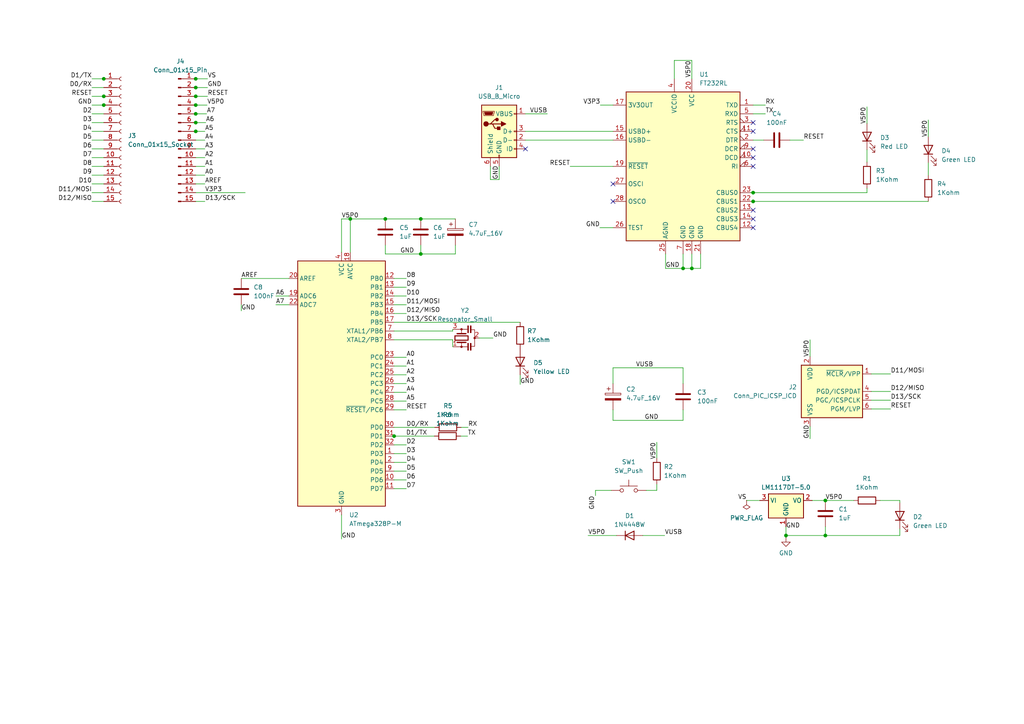
<source format=kicad_sch>
(kicad_sch (version 20230121) (generator eeschema)
  (paper "A4")
  (lib_symbols
    (symbol "Connector:Conn_01x15_Pin" (pin_names (offset 1.016) hide)
      (property "Reference" "J" (at 0 20.32 0))
      (property "Value" "Conn_01x15_Pin" (at 0 -20.32 0))
      (symbol "Conn_01x15_Pin_1_1"
        (polyline (pts (xy 1.27 -17.78) (xy 0.8636 -17.78)) (stroke (width 0.1524)))
        (polyline (pts (xy 1.27 -15.24) (xy 0.8636 -15.24)) (stroke (width 0.1524)))
        (polyline (pts (xy 1.27 -12.7) (xy 0.8636 -12.7)) (stroke (width 0.1524)))
        (polyline (pts (xy 1.27 -10.16) (xy 0.8636 -10.16)) (stroke (width 0.1524)))
        (polyline (pts (xy 1.27 -7.62) (xy 0.8636 -7.62)) (stroke (width 0.1524)))
        (polyline (pts (xy 1.27 -5.08) (xy 0.8636 -5.08)) (stroke (width 0.1524)))
        (polyline (pts (xy 1.27 -2.54) (xy 0.8636 -2.54)) (stroke (width 0.1524)))
        (polyline (pts (xy 1.27 0) (xy 0.8636 0)) (stroke (width 0.1524)))
        (polyline (pts (xy 1.27 2.54) (xy 0.8636 2.54)) (stroke (width 0.1524)))
        (polyline (pts (xy 1.27 5.08) (xy 0.8636 5.08)) (stroke (width 0.1524)))
        (polyline (pts (xy 1.27 7.62) (xy 0.8636 7.62)) (stroke (width 0.1524)))
        (polyline (pts (xy 1.27 10.16) (xy 0.8636 10.16)) (stroke (width 0.1524)))
        (polyline (pts (xy 1.27 12.7) (xy 0.8636 12.7)) (stroke (width 0.1524)))
        (polyline (pts (xy 1.27 15.24) (xy 0.8636 15.24)) (stroke (width 0.1524)))
        (polyline (pts (xy 1.27 17.78) (xy 0.8636 17.78)) (stroke (width 0.1524)))
        (rectangle (start 0.8636 -17.653) (end 0 -17.907) (stroke (width 0.1524)) (fill (type outline)))
        (rectangle (start 0.8636 -15.113) (end 0 -15.367) (stroke (width 0.1524)) (fill (type outline)))
        (rectangle (start 0.8636 -12.573) (end 0 -12.827) (stroke (width 0.1524)) (fill (type outline)))
        (rectangle (start 0.8636 -10.033) (end 0 -10.287) (stroke (width 0.1524)) (fill (type outline)))
        (rectangle (start 0.8636 -7.493) (end 0 -7.747) (stroke (width 0.1524)) (fill (type outline)))
        (rectangle (start 0.8636 -4.953) (end 0 -5.207) (stroke (width 0.1524)) (fill (type outline)))
        (rectangle (start 0.8636 -2.413) (end 0 -2.667) (stroke (width 0.1524)) (fill (type outline)))
        (rectangle (start 0.8636 0.127) (end 0 -0.127) (stroke (width 0.1524)) (fill (type outline)))
        (rectangle (start 0.8636 2.667) (end 0 2.413) (stroke (width 0.1524)) (fill (type outline)))
        (rectangle (start 0.8636 5.207) (end 0 4.953) (stroke (width 0.1524)) (fill (type outline)))
        (rectangle (start 0.8636 7.747) (end 0 7.493) (stroke (width 0.1524)) (fill (type outline)))
        (rectangle (start 0.8636 10.287) (end 0 10.033) (stroke (width 0.1524)) (fill (type outline)))
        (rectangle (start 0.8636 12.827) (end 0 12.573) (stroke (width 0.1524)) (fill (type outline)))
        (rectangle (start 0.8636 15.367) (end 0 15.113) (stroke (width 0.1524)) (fill (type outline)))
        (rectangle (start 0.8636 17.907) (end 0 17.653) (stroke (width 0.1524)) (fill (type outline)))
        (pin passive line (at 5.08 17.78 180) (length 3.81) (name "Pin_1") (number "1"))
        (pin passive line (at 5.08 -5.08 180) (length 3.81) (name "Pin_10") (number "10"))
        (pin passive line (at 5.08 -7.62 180) (length 3.81) (name "Pin_11") (number "11"))
        (pin passive line (at 5.08 -10.16 180) (length 3.81) (name "Pin_12") (number "12"))
        (pin passive line (at 5.08 -12.7 180) (length 3.81) (name "Pin_13") (number "13"))
        (pin passive line (at 5.08 -15.24 180) (length 3.81) (name "Pin_14") (number "14"))
        (pin passive line (at 5.08 -17.78 180) (length 3.81) (name "Pin_15") (number "15"))
        (pin passive line (at 5.08 15.24 180) (length 3.81) (name "Pin_2") (number "2"))
        (pin passive line (at 5.08 12.7 180) (length 3.81) (name "Pin_3") (number "3"))
        (pin passive line (at 5.08 10.16 180) (length 3.81) (name "Pin_4") (number "4"))
        (pin passive line (at 5.08 7.62 180) (length 3.81) (name "Pin_5") (number "5"))
        (pin passive line (at 5.08 5.08 180) (length 3.81) (name "Pin_6") (number "6"))
        (pin passive line (at 5.08 2.54 180) (length 3.81) (name "Pin_7") (number "7"))
        (pin passive line (at 5.08 0 180) (length 3.81) (name "Pin_8") (number "8"))
        (pin passive line (at 5.08 -2.54 180) (length 3.81) (name "Pin_9") (number "9"))
      )
    )
    (symbol "Connector:Conn_01x15_Socket" (pin_names (offset 1.016) hide)
      (property "Reference" "J" (at 0 20.32 0))
      (property "Value" "Conn_01x15_Socket" (at 0 -20.32 0))
      (symbol "Conn_01x15_Socket_1_1"
        (arc (start 0 -17.272) (mid -0.5058 -17.78) (end 0 -18.288) (stroke (width 0.1524)))
        (arc (start 0 -14.732) (mid -0.5058 -15.24) (end 0 -15.748) (stroke (width 0.1524)))
        (arc (start 0 -12.192) (mid -0.5058 -12.7) (end 0 -13.208) (stroke (width 0.1524)))
        (arc (start 0 -9.652) (mid -0.5058 -10.16) (end 0 -10.668) (stroke (width 0.1524)))
        (arc (start 0 -7.112) (mid -0.5058 -7.62) (end 0 -8.128) (stroke (width 0.1524)))
        (arc (start 0 -4.572) (mid -0.5058 -5.08) (end 0 -5.588) (stroke (width 0.1524)))
        (arc (start 0 -2.032) (mid -0.5058 -2.54) (end 0 -3.048) (stroke (width 0.1524)))
        (polyline (pts (xy -1.27 -17.78) (xy -0.508 -17.78)) (stroke (width 0.1524)))
        (polyline (pts (xy -1.27 -15.24) (xy -0.508 -15.24)) (stroke (width 0.1524)))
        (polyline (pts (xy -1.27 -12.7) (xy -0.508 -12.7)) (stroke (width 0.1524)))
        (polyline (pts (xy -1.27 -10.16) (xy -0.508 -10.16)) (stroke (width 0.1524)))
        (polyline (pts (xy -1.27 -7.62) (xy -0.508 -7.62)) (stroke (width 0.1524)))
        (polyline (pts (xy -1.27 -5.08) (xy -0.508 -5.08)) (stroke (width 0.1524)))
        (polyline (pts (xy -1.27 -2.54) (xy -0.508 -2.54)) (stroke (width 0.1524)))
        (polyline (pts (xy -1.27 0) (xy -0.508 0)) (stroke (width 0.1524)))
        (polyline (pts (xy -1.27 2.54) (xy -0.508 2.54)) (stroke (width 0.1524)))
        (polyline (pts (xy -1.27 5.08) (xy -0.508 5.08)) (stroke (width 0.1524)))
        (polyline (pts (xy -1.27 7.62) (xy -0.508 7.62)) (stroke (width 0.1524)))
        (polyline (pts (xy -1.27 10.16) (xy -0.508 10.16)) (stroke (width 0.1524)))
        (polyline (pts (xy -1.27 12.7) (xy -0.508 12.7)) (stroke (width 0.1524)))
        (polyline (pts (xy -1.27 15.24) (xy -0.508 15.24)) (stroke (width 0.1524)))
        (polyline (pts (xy -1.27 17.78) (xy -0.508 17.78)) (stroke (width 0.1524)))
        (arc (start 0 0.508) (mid -0.5058 0) (end 0 -0.508) (stroke (width 0.1524)))
        (arc (start 0 3.048) (mid -0.5058 2.54) (end 0 2.032) (stroke (width 0.1524)))
        (arc (start 0 5.588) (mid -0.5058 5.08) (end 0 4.572) (stroke (width 0.1524)))
        (arc (start 0 8.128) (mid -0.5058 7.62) (end 0 7.112) (stroke (width 0.1524)))
        (arc (start 0 10.668) (mid -0.5058 10.16) (end 0 9.652) (stroke (width 0.1524)))
        (arc (start 0 13.208) (mid -0.5058 12.7) (end 0 12.192) (stroke (width 0.1524)))
        (arc (start 0 15.748) (mid -0.5058 15.24) (end 0 14.732) (stroke (width 0.1524)))
        (arc (start 0 18.288) (mid -0.5058 17.78) (end 0 17.272) (stroke (width 0.1524)))
        (pin passive line (at -5.08 17.78 0) (length 3.81) (name "Pin_1") (number "1"))
        (pin passive line (at -5.08 -5.08 0) (length 3.81) (name "Pin_10") (number "10"))
        (pin passive line (at -5.08 -7.62 0) (length 3.81) (name "Pin_11") (number "11"))
        (pin passive line (at -5.08 -10.16 0) (length 3.81) (name "Pin_12") (number "12"))
        (pin passive line (at -5.08 -12.7 0) (length 3.81) (name "Pin_13") (number "13"))
        (pin passive line (at -5.08 -15.24 0) (length 3.81) (name "Pin_14") (number "14"))
        (pin passive line (at -5.08 -17.78 0) (length 3.81) (name "Pin_15") (number "15"))
        (pin passive line (at -5.08 15.24 0) (length 3.81) (name "Pin_2") (number "2"))
        (pin passive line (at -5.08 12.7 0) (length 3.81) (name "Pin_3") (number "3"))
        (pin passive line (at -5.08 10.16 0) (length 3.81) (name "Pin_4") (number "4"))
        (pin passive line (at -5.08 7.62 0) (length 3.81) (name "Pin_5") (number "5"))
        (pin passive line (at -5.08 5.08 0) (length 3.81) (name "Pin_6") (number "6"))
        (pin passive line (at -5.08 2.54 0) (length 3.81) (name "Pin_7") (number "7"))
        (pin passive line (at -5.08 0 0) (length 3.81) (name "Pin_8") (number "8"))
        (pin passive line (at -5.08 -2.54 0) (length 3.81) (name "Pin_9") (number "9"))
      )
    )
    (symbol "Connector:Conn_PIC_ICSP_ICD"
      (property "Reference" "J" (at 6.35 8.89 0))
      (property "Value" "Conn_PIC_ICSP_ICD" (at -8.89 -1.27 90))
      (symbol "Conn_PIC_ICSP_ICD_0_1"
        (rectangle (start -7.62 7.62) (end 10.16 -7.62) (stroke (width 0.254)) (fill (type background)))
      )
      (symbol "Conn_PIC_ICSP_ICD_1_1"
        (pin passive line (at 12.7 5.08 180) (length 2.54) (name "~{MCLR}/VPP") (number "1"))
        (pin passive line (at -5.08 10.16 270) (length 2.54) (name "VDD") (number "2"))
        (pin power_in line (at -5.08 -10.16 90) (length 2.54) (name "VSS") (number "3"))
        (pin bidirectional line (at 12.7 0 180) (length 2.54) (name "PGD/ICSPDAT") (number "4"))
        (pin output line (at 12.7 -2.54 180) (length 2.54) (name "PGC/ICSPCLK") (number "5"))
        (pin output line (at 12.7 -5.08 180) (length 2.54) (name "PGM/LVP") (number "6"))
      )
    )
    (symbol "Connector:USB_B_Micro" (pin_names (offset 1.016))
      (property "Reference" "J" (at -5.08 11.43 0))
      (property "Value" "USB_B_Micro" (at -5.08 8.89 0))
      (symbol "USB_B_Micro_0_1"
        (rectangle (start -5.08 -7.62) (end 5.08 7.62) (stroke (width 0.254)) (fill (type background)))
        (circle (center -3.81 2.159) (radius 0.635) (stroke (width 0.254)) (fill (type outline)))
        (circle (center -0.635 3.429) (radius 0.381) (stroke (width 0.254)) (fill (type outline)))
        (rectangle (start -0.127 -7.62) (end 0.127 -6.858))
        (polyline (pts (xy -1.905 2.159) (xy 0.635 2.159)) (stroke (width 0.254)))
        (polyline (pts (xy -3.175 2.159) (xy -2.54 2.159) (xy -1.27 3.429) (xy -0.635 3.429)) (stroke (width 0.254)))
        (polyline (pts (xy -2.54 2.159) (xy -1.905 2.159) (xy -1.27 0.889) (xy 0 0.889)) (stroke (width 0.254)))
        (polyline (pts (xy 0.635 2.794) (xy 0.635 1.524) (xy 1.905 2.159) (xy 0.635 2.794)) (stroke (width 0.254)) (fill (type outline)))
        (polyline (pts (xy -4.318 5.588) (xy -1.778 5.588) (xy -2.032 4.826) (xy -4.064 4.826) (xy -4.318 5.588)) (fill (type outline)))
        (polyline (pts (xy -4.699 5.842) (xy -4.699 5.588) (xy -4.445 4.826) (xy -4.445 4.572) (xy -1.651 4.572) (xy -1.651 4.826) (xy -1.397 5.588) (xy -1.397 5.842) (xy -4.699 5.842)))
        (rectangle (start 0.254 1.27) (end -0.508 0.508) (stroke (width 0.254)) (fill (type outline)))
        (rectangle (start 5.08 -5.207) (end 4.318 -4.953))
        (rectangle (start 5.08 -2.667) (end 4.318 -2.413))
        (rectangle (start 5.08 -0.127) (end 4.318 0.127))
        (rectangle (start 5.08 4.953) (end 4.318 5.207))
      )
      (symbol "USB_B_Micro_1_1"
        (pin power_out line (at 7.62 5.08 180) (length 2.54) (name "VBUS") (number "1"))
        (pin bidirectional line (at 7.62 -2.54 180) (length 2.54) (name "D-") (number "2"))
        (pin bidirectional line (at 7.62 0 180) (length 2.54) (name "D+") (number "3"))
        (pin passive line (at 7.62 -5.08 180) (length 2.54) (name "ID") (number "4"))
        (pin power_out line (at 0 -10.16 90) (length 2.54) (name "GND") (number "5"))
        (pin passive line (at -2.54 -10.16 90) (length 2.54) (name "Shield") (number "6"))
      )
    )
    (symbol "Device:C" (pin_numbers hide) (pin_names (offset 0.254))
      (property "Reference" "C" (at 0.635 2.54 0))
      (property "Value" "C" (at 0.635 -2.54 0))
      (symbol "C_0_1"
        (polyline (pts (xy -2.032 -0.762) (xy 2.032 -0.762)) (stroke (width 0.508)))
        (polyline (pts (xy -2.032 0.762) (xy 2.032 0.762)) (stroke (width 0.508)))
      )
      (symbol "C_1_1"
        (pin passive line (at 0 3.81 270) (length 2.794) (name "~") (number "1"))
        (pin passive line (at 0 -3.81 90) (length 2.794) (name "~") (number "2"))
      )
    )
    (symbol "Device:C_Polarized" (pin_numbers hide) (pin_names (offset 0.254))
      (property "Reference" "C" (at 0.635 2.54 0))
      (property "Value" "C_Polarized" (at 0.635 -2.54 0))
      (symbol "C_Polarized_0_1"
        (rectangle (start -2.286 0.508) (end 2.286 1.016))
        (polyline (pts (xy -1.778 2.286) (xy -0.762 2.286)))
        (polyline (pts (xy -1.27 2.794) (xy -1.27 1.778)))
        (rectangle (start 2.286 -0.508) (end -2.286 -1.016) (fill (type outline)))
      )
      (symbol "C_Polarized_1_1"
        (pin passive line (at 0 3.81 270) (length 2.794) (name "~") (number "1"))
        (pin passive line (at 0 -3.81 90) (length 2.794) (name "~") (number "2"))
      )
    )
    (symbol "Device:LED" (pin_numbers hide) (pin_names (offset 1.016) hide)
      (property "Reference" "D" (at 0 2.54 0))
      (property "Value" "LED" (at 0 -2.54 0))
      (symbol "LED_0_1"
        (polyline (pts (xy -1.27 -1.27) (xy -1.27 1.27)) (stroke (width 0.254)))
        (polyline (pts (xy -1.27 0) (xy 1.27 0)))
        (polyline (pts (xy 1.27 -1.27) (xy 1.27 1.27) (xy -1.27 0) (xy 1.27 -1.27)) (stroke (width 0.254)))
        (polyline (pts (xy -3.048 -0.762) (xy -4.572 -2.286) (xy -3.81 -2.286) (xy -4.572 -2.286) (xy -4.572 -1.524)))
        (polyline (pts (xy -1.778 -0.762) (xy -3.302 -2.286) (xy -2.54 -2.286) (xy -3.302 -2.286) (xy -3.302 -1.524)))
      )
      (symbol "LED_1_1"
        (pin passive line (at -3.81 0 0) (length 2.54) (name "K") (number "1"))
        (pin passive line (at 3.81 0 180) (length 2.54) (name "A") (number "2"))
      )
    )
    (symbol "Device:R" (pin_numbers hide) (pin_names (offset 0))
      (property "Reference" "R" (at 2.032 0 90))
      (property "Value" "R" (at 0 0 90))
      (symbol "R_0_1"
        (rectangle (start -1.016 -2.54) (end 1.016 2.54) (stroke (width 0.254)))
      )
      (symbol "R_1_1"
        (pin passive line (at 0 3.81 270) (length 1.27) (name "~") (number "1"))
        (pin passive line (at 0 -3.81 90) (length 1.27) (name "~") (number "2"))
      )
    )
    (symbol "Device:Resonator_Small" (pin_names (offset 1.016) hide)
      (property "Reference" "Y" (at 3.175 1.905 0))
      (property "Value" "Resonator_Small" (at 3.175 0 0))
      (symbol "Resonator_Small_0_1"
        (rectangle (start -3.556 -2.54) (end -1.524 -2.794) (fill (type outline)))
        (rectangle (start -3.556 -1.778) (end -1.524 -2.032) (fill (type outline)))
        (circle (center -2.54 0) (radius 0.254) (fill (type outline)))
        (rectangle (start -0.635 1.905) (end 0.635 -1.905) (stroke (width 0.3048)))
        (circle (center 0 -3.81) (radius 0.254) (fill (type outline)))
        (polyline (pts (xy -2.54 -1.778) (xy -2.54 0)))
        (polyline (pts (xy -2.54 0) (xy -1.397 0)))
        (polyline (pts (xy -2.54 1.27) (xy -2.54 0)))
        (polyline (pts (xy -1.27 -1.27) (xy -1.27 1.27)) (stroke (width 0.381)))
        (polyline (pts (xy 1.27 -1.27) (xy 1.27 1.27)) (stroke (width 0.381)))
        (polyline (pts (xy 1.27 0) (xy 2.54 0)))
        (polyline (pts (xy 2.54 0) (xy 2.54 -1.778)))
        (polyline (pts (xy 2.54 1.27) (xy 2.54 0)))
        (polyline (pts (xy 2.413 -2.794) (xy 2.413 -3.81) (xy -2.413 -3.81) (xy -2.413 -2.667)))
        (rectangle (start 1.524 -2.54) (end 3.556 -2.794) (fill (type outline)))
        (rectangle (start 1.524 -1.778) (end 3.556 -2.032) (fill (type outline)))
        (circle (center 2.54 0) (radius 0.254) (fill (type outline)))
      )
      (symbol "Resonator_Small_1_1"
        (pin passive line (at -2.54 2.54 270) (length 1.27) (name "1") (number "1"))
        (pin passive line (at 0 -5.08 90) (length 1.27) (name "2") (number "2"))
        (pin passive line (at 2.54 2.54 270) (length 1.27) (name "3") (number "3"))
      )
    )
    (symbol "Diode:1N4448W" (pin_numbers hide) (pin_names hide)
      (property "Reference" "D" (at 0 2.54 0))
      (property "Value" "1N4448W" (at 0 -2.54 0))
      (symbol "1N4448W_0_1"
        (polyline (pts (xy -1.27 1.27) (xy -1.27 -1.27)) (stroke (width 0.254)))
        (polyline (pts (xy 1.27 0) (xy -1.27 0)))
        (polyline (pts (xy 1.27 1.27) (xy 1.27 -1.27) (xy -1.27 0) (xy 1.27 1.27)) (stroke (width 0.254)))
      )
      (symbol "1N4448W_1_1"
        (pin passive line (at -3.81 0 0) (length 2.54) (name "K") (number "1"))
        (pin passive line (at 3.81 0 180) (length 2.54) (name "A") (number "2"))
      )
    )
    (symbol "Interface_USB:FT232RL"
      (property "Reference" "U" (at -16.51 22.86 0))
      (property "Value" "FT232RL" (at 10.16 22.86 0))
      (symbol "FT232RL_0_1"
        (rectangle (start -16.51 21.59) (end 16.51 -21.59) (stroke (width 0.254)) (fill (type background)))
      )
      (symbol "FT232RL_1_1"
        (pin output line (at 20.32 17.78 180) (length 3.81) (name "TXD") (number "1"))
        (pin input input_low (at 20.32 2.54 180) (length 3.81) (name "DCD") (number "10"))
        (pin input input_low (at 20.32 10.16 180) (length 3.81) (name "CTS") (number "11"))
        (pin bidirectional line (at 20.32 -17.78 180) (length 3.81) (name "CBUS4") (number "12"))
        (pin bidirectional line (at 20.32 -12.7 180) (length 3.81) (name "CBUS2") (number "13"))
        (pin bidirectional line (at 20.32 -15.24 180) (length 3.81) (name "CBUS3") (number "14"))
        (pin bidirectional line (at -20.32 10.16 0) (length 3.81) (name "USBD+") (number "15"))
        (pin bidirectional line (at -20.32 7.62 0) (length 3.81) (name "USBD-") (number "16"))
        (pin power_out line (at -20.32 17.78 0) (length 3.81) (name "3V3OUT") (number "17"))
        (pin power_in line (at 2.54 -25.4 90) (length 3.81) (name "GND") (number "18"))
        (pin input line (at -20.32 0 0) (length 3.81) (name "~{RESET}") (number "19"))
        (pin output output_low (at 20.32 7.62 180) (length 3.81) (name "DTR") (number "2"))
        (pin power_in line (at 2.54 25.4 270) (length 3.81) (name "VCC") (number "20"))
        (pin power_in line (at 5.08 -25.4 90) (length 3.81) (name "GND") (number "21"))
        (pin bidirectional line (at 20.32 -10.16 180) (length 3.81) (name "CBUS1") (number "22"))
        (pin bidirectional line (at 20.32 -7.62 180) (length 3.81) (name "CBUS0") (number "23"))
        (pin power_in line (at -5.08 -25.4 90) (length 3.81) (name "AGND") (number "25"))
        (pin input line (at -20.32 -17.78 0) (length 3.81) (name "TEST") (number "26"))
        (pin input line (at -20.32 -5.08 0) (length 3.81) (name "OSCI") (number "27"))
        (pin output line (at -20.32 -10.16 0) (length 3.81) (name "OSCO") (number "28"))
        (pin output output_low (at 20.32 12.7 180) (length 3.81) (name "RTS") (number "3"))
        (pin power_in line (at -2.54 25.4 270) (length 3.81) (name "VCCIO") (number "4"))
        (pin input line (at 20.32 15.24 180) (length 3.81) (name "RXD") (number "5"))
        (pin input input_low (at 20.32 0 180) (length 3.81) (name "RI") (number "6"))
        (pin power_in line (at 0 -25.4 90) (length 3.81) (name "GND") (number "7"))
        (pin input input_low (at 20.32 5.08 180) (length 3.81) (name "DCR") (number "9"))
      )
    )
    (symbol "MCU_Microchip_ATmega:ATmega328P-M"
      (property "Reference" "U" (at -12.7 36.83 0))
      (property "Value" "ATmega328P-M" (at 2.54 -36.83 0))
      (symbol "ATmega328P-M_0_1"
        (rectangle (start -12.7 -35.56) (end 12.7 35.56) (stroke (width 0.254)) (fill (type background)))
      )
      (symbol "ATmega328P-M_1_1"
        (pin bidirectional line (at 15.24 -20.32 180) (length 2.54) (name "PD3") (number "1"))
        (pin bidirectional line (at 15.24 -27.94 180) (length 2.54) (name "PD6") (number "10"))
        (pin bidirectional line (at 15.24 -30.48 180) (length 2.54) (name "PD7") (number "11"))
        (pin bidirectional line (at 15.24 30.48 180) (length 2.54) (name "PB0") (number "12"))
        (pin bidirectional line (at 15.24 27.94 180) (length 2.54) (name "PB1") (number "13"))
        (pin bidirectional line (at 15.24 25.4 180) (length 2.54) (name "PB2") (number "14"))
        (pin bidirectional line (at 15.24 22.86 180) (length 2.54) (name "PB3") (number "15"))
        (pin bidirectional line (at 15.24 20.32 180) (length 2.54) (name "PB4") (number "16"))
        (pin bidirectional line (at 15.24 17.78 180) (length 2.54) (name "PB5") (number "17"))
        (pin power_in line (at 2.54 38.1 270) (length 2.54) (name "AVCC") (number "18"))
        (pin input line (at -15.24 25.4 0) (length 2.54) (name "ADC6") (number "19"))
        (pin bidirectional line (at 15.24 -22.86 180) (length 2.54) (name "PD4") (number "2"))
        (pin passive line (at -15.24 30.48 0) (length 2.54) (name "AREF") (number "20"))
        (pin passive line (at 0 -38.1 90) (length 2.54) hide (name "GND") (number "21"))
        (pin input line (at -15.24 22.86 0) (length 2.54) (name "ADC7") (number "22"))
        (pin bidirectional line (at 15.24 7.62 180) (length 2.54) (name "PC0") (number "23"))
        (pin bidirectional line (at 15.24 5.08 180) (length 2.54) (name "PC1") (number "24"))
        (pin bidirectional line (at 15.24 2.54 180) (length 2.54) (name "PC2") (number "25"))
        (pin bidirectional line (at 15.24 0 180) (length 2.54) (name "PC3") (number "26"))
        (pin bidirectional line (at 15.24 -2.54 180) (length 2.54) (name "PC4") (number "27"))
        (pin bidirectional line (at 15.24 -5.08 180) (length 2.54) (name "PC5") (number "28"))
        (pin bidirectional line (at 15.24 -7.62 180) (length 2.54) (name "~{RESET}/PC6") (number "29"))
        (pin power_in line (at 0 -38.1 90) (length 2.54) (name "GND") (number "3"))
        (pin bidirectional line (at 15.24 -12.7 180) (length 2.54) (name "PD0") (number "30"))
        (pin bidirectional line (at 15.24 -15.24 180) (length 2.54) (name "PD1") (number "31"))
        (pin bidirectional line (at 15.24 -17.78 180) (length 2.54) (name "PD2") (number "32"))
        (pin passive line (at 0 -38.1 90) (length 2.54) hide (name "GND") (number "33"))
        (pin power_in line (at 0 38.1 270) (length 2.54) (name "VCC") (number "4"))
        (pin passive line (at 0 -38.1 90) (length 2.54) hide (name "GND") (number "5"))
        (pin passive line (at 0 38.1 270) (length 2.54) hide (name "VCC") (number "6"))
        (pin bidirectional line (at 15.24 15.24 180) (length 2.54) (name "XTAL1/PB6") (number "7"))
        (pin bidirectional line (at 15.24 12.7 180) (length 2.54) (name "XTAL2/PB7") (number "8"))
        (pin bidirectional line (at 15.24 -25.4 180) (length 2.54) (name "PD5") (number "9"))
      )
    )
    (symbol "Regulator_Linear:LM1117DT-5.0"
      (property "Reference" "U" (at -3.81 3.175 0))
      (property "Value" "LM1117DT-5.0" (at 0 3.175 0))
      (symbol "LM1117DT-5.0_0_1"
        (rectangle (start -5.08 -5.08) (end 5.08 1.905) (stroke (width 0.254)) (fill (type background)))
      )
      (symbol "LM1117DT-5.0_1_1"
        (pin power_in line (at 0 -7.62 90) (length 2.54) (name "GND") (number "1"))
        (pin power_out line (at 7.62 0 180) (length 2.54) (name "VO") (number "2"))
        (pin power_in line (at -7.62 0 0) (length 2.54) (name "VI") (number "3"))
      )
    )
    (symbol "Switch:SW_Push" (pin_numbers hide) (pin_names (offset 1.016) hide)
      (property "Reference" "SW" (at 1.27 2.54 0))
      (property "Value" "SW_Push" (at 0 -1.524 0))
      (symbol "SW_Push_0_1"
        (circle (center -2.032 0) (radius 0.508))
        (polyline (pts (xy 0 1.27) (xy 0 3.048)))
        (polyline (pts (xy 2.54 1.27) (xy -2.54 1.27)))
        (circle (center 2.032 0) (radius 0.508))
        (pin passive line (at -5.08 0 0) (length 2.54) (name "1") (number "1"))
        (pin passive line (at 5.08 0 180) (length 2.54) (name "2") (number "2"))
      )
    )
    (symbol "power:GND" (power) (pin_names (offset 0))
      (property "Value" "GND" (at 0 -3.81 0))
      (symbol "GND_0_1"
        (polyline (pts (xy 0 0) (xy 0 -1.27) (xy 1.27 -1.27) (xy 0 -2.54) (xy -1.27 -1.27) (xy 0 -1.27)))
      )
      (symbol "GND_1_1"
        (pin power_in line (at 0 0 270) (length 0) hide (name "GND") (number "1"))
      )
    )
    (symbol "power:PWR_FLAG" (power) (pin_numbers hide) (pin_names (offset 0) hide)
      (property "Value" "PWR_FLAG" (at 0 3.81 0))
      (symbol "PWR_FLAG_0_0"
        (pin power_out line (at 0 0 90) (length 0) (name "pwr") (number "1"))
      )
      (symbol "PWR_FLAG_0_1"
        (polyline (pts (xy 0 0) (xy 0 1.27) (xy -1.016 1.905) (xy 0 2.54) (xy 1.016 1.905) (xy 0 1.27)))
      )
    )
  )
  (junction (at 114.3 126.492))
  (junction (at 101.6 63.5))
  (junction (at 122.047 73.66))
  (junction (at 56.769 35.56))
  (junction (at 30.099 27.94))
  (junction (at 56.769 25.4))
  (junction (at 30.099 30.48))
  (junction (at 227.965 155.321))
  (junction (at 239.395 145.161))
  (junction (at 122.047 63.5))
  (junction (at 239.395 155.321))
  (junction (at 30.099 22.86))
  (junction (at 198.12 77.851))
  (junction (at 56.769 33.02))
  (junction (at 200.66 77.851))
  (junction (at 218.44 55.88))
  (junction (at 56.769 38.1))
  (junction (at 56.769 22.86))
  (junction (at 218.44 58.42))
  (junction (at 56.769 30.48))
  (junction (at 56.769 27.94))
  (junction (at 111.76 63.5))
  (no_connect (at 152.4 43.18))
  (no_connect (at 177.8 53.34))
  (no_connect (at 218.44 63.5))
  (no_connect (at 177.8 58.42))
  (no_connect (at 218.44 43.18))
  (no_connect (at 218.44 60.96))
  (no_connect (at 218.44 66.04))
  (no_connect (at 218.44 35.56))
  (no_connect (at 218.44 38.1))
  (no_connect (at 218.44 48.26))
  (no_connect (at 218.44 45.72))
  (wire (pts (xy 111.76 63.5) (xy 122.047 63.5)))
  (wire (pts (xy 172.72 142.24) (xy 172.72 143.764)))
  (wire (pts (xy 174.117 30.48) (xy 177.8 30.48)))
  (wire (pts (xy 260.985 153.416) (xy 260.985 155.321)))
  (wire (pts (xy 26.67 58.42) (xy 30.099 58.42)))
  (wire (pts (xy 101.6 63.5) (xy 101.6 73.152)))
  (wire (pts (xy 26.67 43.18) (xy 30.099 43.18)))
  (wire (pts (xy 150.876 108.712) (xy 150.876 111.506)))
  (wire (pts (xy 252.73 116.078) (xy 258.318 116.078)))
  (wire (pts (xy 152.4 33.02) (xy 158.75 33.02)))
  (wire (pts (xy 56.642 25.4) (xy 56.769 25.4)))
  (wire (pts (xy 99.06 73.152) (xy 99.06 63.5)))
  (wire (pts (xy 26.67 40.64) (xy 30.099 40.64)))
  (wire (pts (xy 200.66 73.66) (xy 200.66 77.851)))
  (wire (pts (xy 251.46 30.988) (xy 251.46 35.814)))
  (wire (pts (xy 235.585 145.161) (xy 239.395 145.161)))
  (wire (pts (xy 190.5 128.27) (xy 190.5 132.842)))
  (wire (pts (xy 133.731 123.952) (xy 135.763 123.952)))
  (wire (pts (xy 101.6 63.5) (xy 111.76 63.5)))
  (wire (pts (xy 198.12 73.66) (xy 198.12 77.851)))
  (wire (pts (xy 122.047 73.66) (xy 132.08 73.66)))
  (wire (pts (xy 218.44 58.42) (xy 269.24 58.42)))
  (wire (pts (xy 138.938 98.044) (xy 143.002 98.044)))
  (wire (pts (xy 177.8 121.92) (xy 198.12 121.92)))
  (wire (pts (xy 26.67 50.8) (xy 30.099 50.8)))
  (wire (pts (xy 114.3 98.552) (xy 131.318 98.552)))
  (wire (pts (xy 26.67 33.02) (xy 30.099 33.02)))
  (wire (pts (xy 186.436 155.321) (xy 192.786 155.321)))
  (wire (pts (xy 229.108 40.64) (xy 233.045 40.64)))
  (wire (pts (xy 114.3 118.872) (xy 117.856 118.872)))
  (wire (pts (xy 252.73 113.538) (xy 258.318 113.538)))
  (wire (pts (xy 252.73 108.458) (xy 258.318 108.458)))
  (wire (pts (xy 56.769 25.4) (xy 60.198 25.4)))
  (wire (pts (xy 114.3 83.312) (xy 117.856 83.312)))
  (wire (pts (xy 114.3 80.772) (xy 117.856 80.772)))
  (wire (pts (xy 26.67 27.94) (xy 30.099 27.94)))
  (wire (pts (xy 234.95 123.698) (xy 234.95 127.254)))
  (wire (pts (xy 255.27 145.161) (xy 260.985 145.161)))
  (wire (pts (xy 114.3 116.332) (xy 117.856 116.332)))
  (wire (pts (xy 218.44 40.64) (xy 221.488 40.64)))
  (wire (pts (xy 218.44 30.48) (xy 221.996 30.48)))
  (wire (pts (xy 114.3 111.252) (xy 117.856 111.252)))
  (wire (pts (xy 56.769 22.86) (xy 60.198 22.86)))
  (wire (pts (xy 131.318 98.552) (xy 131.318 100.584)))
  (wire (pts (xy 56.515 38.1) (xy 56.769 38.1)))
  (wire (pts (xy 30.099 22.86) (xy 30.226 22.86)))
  (wire (pts (xy 69.977 88.392) (xy 69.977 90.17)))
  (wire (pts (xy 216.535 145.161) (xy 220.345 145.161)))
  (wire (pts (xy 111.76 73.66) (xy 122.047 73.66)))
  (wire (pts (xy 114.3 103.632) (xy 117.856 103.632)))
  (wire (pts (xy 260.985 145.161) (xy 260.985 145.796)))
  (wire (pts (xy 114.3 131.572) (xy 117.856 131.572)))
  (wire (pts (xy 170.561 155.321) (xy 178.816 155.321)))
  (wire (pts (xy 30.099 27.94) (xy 30.226 27.94)))
  (wire (pts (xy 56.769 53.34) (xy 59.436 53.34)))
  (wire (pts (xy 195.58 22.86) (xy 195.58 17.526)))
  (wire (pts (xy 26.67 22.86) (xy 30.099 22.86)))
  (wire (pts (xy 114.3 129.032) (xy 117.856 129.032)))
  (wire (pts (xy 26.67 45.72) (xy 30.099 45.72)))
  (wire (pts (xy 251.46 54.61) (xy 251.46 55.88)))
  (wire (pts (xy 56.769 30.48) (xy 60.071 30.48)))
  (wire (pts (xy 26.67 55.88) (xy 30.099 55.88)))
  (wire (pts (xy 99.06 149.352) (xy 99.06 156.337)))
  (wire (pts (xy 218.313 58.42) (xy 218.44 58.42)))
  (wire (pts (xy 26.67 53.34) (xy 30.099 53.34)))
  (wire (pts (xy 218.44 33.02) (xy 221.996 33.02)))
  (wire (pts (xy 217.678 55.88) (xy 218.44 55.88)))
  (wire (pts (xy 56.769 35.56) (xy 59.69 35.56)))
  (wire (pts (xy 193.04 73.66) (xy 193.04 77.851)))
  (wire (pts (xy 122.047 71.12) (xy 122.047 73.66)))
  (wire (pts (xy 114.3 93.472) (xy 150.876 93.472)))
  (wire (pts (xy 56.769 27.94) (xy 60.198 27.94)))
  (wire (pts (xy 239.395 152.781) (xy 239.395 155.321)))
  (wire (pts (xy 56.642 27.94) (xy 56.769 27.94)))
  (wire (pts (xy 26.67 30.48) (xy 30.099 30.48)))
  (wire (pts (xy 133.604 126.492) (xy 135.636 126.492)))
  (wire (pts (xy 227.965 155.321) (xy 239.395 155.321)))
  (wire (pts (xy 114.3 96.012) (xy 131.318 96.012)))
  (wire (pts (xy 56.515 35.56) (xy 56.769 35.56)))
  (wire (pts (xy 56.769 50.8) (xy 59.436 50.8)))
  (wire (pts (xy 80.01 88.392) (xy 83.82 88.392)))
  (wire (pts (xy 56.769 43.18) (xy 59.436 43.18)))
  (wire (pts (xy 252.73 118.618) (xy 258.318 118.618)))
  (wire (pts (xy 165.354 48.26) (xy 177.8 48.26)))
  (wire (pts (xy 251.46 43.434) (xy 251.46 46.99)))
  (wire (pts (xy 30.099 30.48) (xy 30.226 30.48)))
  (wire (pts (xy 56.769 40.64) (xy 59.436 40.64)))
  (wire (pts (xy 177.8 106.68) (xy 198.12 106.68)))
  (wire (pts (xy 234.95 98.552) (xy 234.95 103.378)))
  (wire (pts (xy 187.452 142.24) (xy 190.5 142.24)))
  (wire (pts (xy 269.24 34.798) (xy 269.24 39.624)))
  (wire (pts (xy 227.965 152.781) (xy 227.965 155.321)))
  (wire (pts (xy 26.67 35.56) (xy 30.099 35.56)))
  (wire (pts (xy 198.12 77.851) (xy 200.66 77.851)))
  (wire (pts (xy 56.769 55.88) (xy 71.12 55.88)))
  (wire (pts (xy 80.01 85.852) (xy 83.82 85.852)))
  (wire (pts (xy 190.5 142.24) (xy 190.5 140.462)))
  (wire (pts (xy 114.3 90.932) (xy 117.856 90.932)))
  (wire (pts (xy 114.3 85.852) (xy 117.856 85.852)))
  (wire (pts (xy 198.12 118.872) (xy 198.12 121.92)))
  (wire (pts (xy 173.99 66.04) (xy 177.8 66.04)))
  (wire (pts (xy 177.8 121.92) (xy 177.8 118.872)))
  (wire (pts (xy 56.642 30.48) (xy 56.769 30.48)))
  (wire (pts (xy 56.642 33.02) (xy 56.769 33.02)))
  (wire (pts (xy 114.3 106.172) (xy 117.856 106.172)))
  (wire (pts (xy 198.12 111.252) (xy 198.12 106.68)))
  (wire (pts (xy 56.769 48.26) (xy 59.436 48.26)))
  (wire (pts (xy 122.047 63.5) (xy 132.08 63.5)))
  (wire (pts (xy 114.3 136.652) (xy 117.856 136.652)))
  (wire (pts (xy 239.395 145.161) (xy 247.65 145.161)))
  (wire (pts (xy 131.318 96.012) (xy 131.318 95.504)))
  (wire (pts (xy 56.769 58.42) (xy 59.436 58.42)))
  (wire (pts (xy 152.4 38.1) (xy 177.8 38.1)))
  (wire (pts (xy 132.08 73.66) (xy 132.08 71.12)))
  (wire (pts (xy 26.67 25.4) (xy 30.099 25.4)))
  (wire (pts (xy 114.3 113.792) (xy 117.856 113.792)))
  (wire (pts (xy 56.769 45.72) (xy 59.436 45.72)))
  (wire (pts (xy 239.395 155.321) (xy 260.985 155.321)))
  (wire (pts (xy 195.58 17.526) (xy 200.66 17.526)))
  (wire (pts (xy 269.24 47.244) (xy 269.24 50.8)))
  (wire (pts (xy 227.965 155.321) (xy 227.965 155.956)))
  (wire (pts (xy 114.3 134.112) (xy 117.856 134.112)))
  (wire (pts (xy 114.3 141.732) (xy 117.856 141.732)))
  (wire (pts (xy 56.769 38.1) (xy 59.436 38.1)))
  (wire (pts (xy 142.24 52.07) (xy 144.78 52.07)))
  (wire (pts (xy 177.292 142.24) (xy 172.72 142.24)))
  (wire (pts (xy 152.4 40.64) (xy 177.8 40.64)))
  (wire (pts (xy 177.8 106.68) (xy 177.8 111.252)))
  (wire (pts (xy 200.66 77.851) (xy 203.2 77.851)))
  (wire (pts (xy 114.3 139.192) (xy 117.856 139.192)))
  (wire (pts (xy 69.977 80.772) (xy 83.82 80.772)))
  (wire (pts (xy 114.3 108.712) (xy 117.856 108.712)))
  (wire (pts (xy 26.67 48.26) (xy 30.099 48.26)))
  (wire (pts (xy 200.66 17.526) (xy 200.66 22.86)))
  (wire (pts (xy 142.24 48.26) (xy 142.24 52.07)))
  (wire (pts (xy 114.3 88.392) (xy 117.856 88.392)))
  (wire (pts (xy 111.76 71.12) (xy 111.76 73.66)))
  (wire (pts (xy 114.3 123.952) (xy 126.111 123.952)))
  (wire (pts (xy 144.78 48.26) (xy 144.78 52.07)))
  (wire (pts (xy 193.04 77.851) (xy 198.12 77.851)))
  (wire (pts (xy 218.44 55.88) (xy 251.46 55.88)))
  (wire (pts (xy 56.769 33.02) (xy 59.944 33.02)))
  (wire (pts (xy 114.173 126.492) (xy 114.3 126.492)))
  (wire (pts (xy 26.67 38.1) (xy 30.099 38.1)))
  (wire (pts (xy 99.06 63.5) (xy 101.6 63.5)))
  (wire (pts (xy 114.3 126.492) (xy 125.984 126.492)))
  (wire (pts (xy 203.2 77.851) (xy 203.2 73.66)))
  (wire (pts (xy 56.642 22.86) (xy 56.769 22.86)))
  (label "VS" (at 216.535 145.161 180))
  (label "D1{slash}TX" (at 117.729 126.492 0))
  (label "A3" (at 59.436 43.18 0))
  (label "D8" (at 117.856 80.772 0))
  (label "V5P0" (at 269.24 34.798 270))
  (label "D10" (at 117.856 85.852 0))
  (label "D13{slash}SCK" (at 117.856 93.472 0))
  (label "D4" (at 26.67 38.1 180))
  (label "A1" (at 117.856 106.172 0))
  (label "D6" (at 26.67 43.18 180))
  (label "D12{slash}MISO" (at 117.856 90.932 0))
  (label "D5" (at 26.67 40.64 180))
  (label "TX" (at 221.996 33.02 0))
  (label "D11{slash}MOSI" (at 258.318 108.458 0))
  (label "A7" (at 59.944 33.02 0))
  (label "D3" (at 117.856 131.572 0))
  (label "D2" (at 117.856 129.032 0))
  (label "V3P3" (at 174.117 30.48 180))
  (label "A0" (at 59.436 50.8 0))
  (label "V5P0" (at 60.071 30.48 0))
  (label "GND" (at 144.78 52.07 90))
  (label "V5P0" (at 99.06 63.5 0))
  (label "D6" (at 117.856 139.192 0))
  (label "V5P0" (at 170.561 155.321 0))
  (label "V5P0" (at 190.5 128.27 270))
  (label "RESET" (at 233.045 40.64 0))
  (label "GND" (at 143.002 98.044 0))
  (label "V5P0" (at 251.46 30.988 270))
  (label "RESET" (at 258.318 118.618 0))
  (label "D13{slash}SCK" (at 59.436 58.42 0))
  (label "AREF" (at 69.977 80.772 0))
  (label "GND" (at 60.198 25.4 0))
  (label "D9" (at 117.856 83.312 0))
  (label "GND" (at 227.965 153.416 0))
  (label "GND" (at 26.67 30.48 180))
  (label "D8" (at 26.67 48.26 180))
  (label "RX" (at 135.763 123.952 0))
  (label "D4" (at 117.856 134.112 0))
  (label "RX" (at 221.996 30.48 0))
  (label "A4" (at 117.856 113.792 0))
  (label "A5" (at 59.436 38.1 0))
  (label "GND" (at 186.944 121.92 0))
  (label "GND" (at 193.04 77.851 0))
  (label "A2" (at 117.856 108.712 0))
  (label "VUSB" (at 184.404 106.68 0))
  (label "AREF" (at 59.436 53.34 0))
  (label "VUSB" (at 158.75 33.02 180))
  (label "GND" (at 234.95 127.254 90))
  (label "V5P0" (at 239.395 145.161 0))
  (label "RESET" (at 117.856 118.872 0))
  (label "A7" (at 80.01 88.392 0))
  (label "D9" (at 26.67 50.8 180))
  (label "D7" (at 117.856 141.732 0))
  (label "V3P3" (at 59.436 55.88 0))
  (label "D2" (at 26.67 33.02 180))
  (label "D12{slash}MISO" (at 26.67 58.42 180))
  (label "GND" (at 172.72 143.764 270))
  (label "D0{slash}RX" (at 26.67 25.4 180))
  (label "GND" (at 173.99 66.04 180))
  (label "GND" (at 150.876 111.506 0))
  (label "A1" (at 59.436 48.26 0))
  (label "D11{slash}MOSI" (at 26.67 55.88 180))
  (label "A4" (at 59.436 40.64 0))
  (label "A0" (at 117.856 103.632 0))
  (label "RESET" (at 26.67 27.94 180))
  (label "VS" (at 60.198 22.86 0))
  (label "V5P0" (at 200.66 17.5514 270))
  (label "A6" (at 80.01 85.852 0))
  (label "GND" (at 99.06 156.337 0))
  (label "D5" (at 117.856 136.652 0))
  (label "A5" (at 117.856 116.332 0))
  (label "A6" (at 59.69 35.56 0))
  (label "GND" (at 69.977 90.17 0))
  (label "D11{slash}MOSI" (at 117.856 88.392 0))
  (label "D10" (at 26.67 53.34 180))
  (label "V5P0" (at 234.95 98.552 270))
  (label "D3" (at 26.67 35.56 180))
  (label "TX" (at 135.636 126.492 0))
  (label "D12{slash}MISO" (at 258.318 113.538 0))
  (label "D13{slash}SCK" (at 258.318 116.078 0))
  (label "A2" (at 59.436 45.72 0))
  (label "D0{slash}RX" (at 117.856 123.952 0))
  (label "D7" (at 26.67 45.72 180))
  (label "A3" (at 117.856 111.252 0))
  (label "VUSB" (at 192.786 155.321 0))
  (label "GND" (at 120.142 73.66 180))
  (label "D1{slash}TX" (at 26.67 22.86 180))
  (label "RESET" (at 165.354 48.26 180))
  (label "RESET" (at 60.198 27.94 0))
  (symbol (lib_id "Device:LED") (at 251.46 39.624 90) (unit 1)
    (property "Reference" "D3" (at 255.27 39.9415 90) (effects (justify right)))
    (property "Value" "Red LED" (at 255.27 42.4815 90) (effects (justify right)))
    (property "Footprint" "LED_SMD:LED_0603_1608Metric_Pad1.05x0.95mm_HandSolder" (effects hide))
  )
  (symbol (lib_id "Device:R") (at 129.794 126.492 270) (unit 1)
    (property "Reference" "R6" (at 129.794 120.269 90))
    (property "Value" "1Kohm" (at 129.794 122.809 90))
    (property "Footprint" "Resistor_SMD:R_0805_2012Metric_Pad1.20x1.40mm_HandSolder" (effects hide))
  )
  (symbol (lib_id "Device:C") (at 122.047 67.31 0) (unit 1)
    (property "Reference" "C6" (at 125.603 66.04 0) (effects (justify left)))
    (property "Value" "1uF" (at 125.603 68.58 0) (effects (justify left)))
    (property "Footprint" "Capacitor_SMD:C_0805_2012Metric_Pad1.18x1.45mm_HandSolder" (effects hide))
  )
  (symbol (lib_id "Device:C_Polarized") (at 177.8 115.062 0) (unit 1)
    (property "Reference" "C2" (at 181.61 112.903 0) (effects (justify left)))
    (property "Value" "4.7uF_16V" (at 181.61 115.443 0) (effects (justify left)))
    (property "Footprint" "Capacitor_Tantalum_SMD:CP_EIA-3216-10_Kemet-I_Pad1.58x1.35mm_HandSolder" (effects hide))
  )
  (symbol (lib_id "Device:Resonator_Small") (at 133.858 98.044 90) (unit 1)
    (property "Reference" "Y2" (at 134.8613 90.043 90))
    (property "Value" "Resonator_Small" (at 134.8613 92.583 90))
    (property "Footprint" "Crystal:Crystal_SMD_3225-4Pin_3.2x2.5mm_HandSoldering" (effects hide))
  )
  (symbol (lib_id "Device:C") (at 239.395 148.971 0) (unit 1)
    (property "Reference" "C1" (at 243.205 147.701 0) (effects (justify left)))
    (property "Value" "1uF" (at 243.205 150.241 0) (effects (justify left)))
    (property "Footprint" "Capacitor_SMD:C_0805_2012Metric_Pad1.18x1.45mm_HandSolder" (effects hide))
  )
  (symbol (lib_id "Regulator_Linear:LM1117DT-5.0") (at 227.965 145.161 0) (unit 1)
    (property "Reference" "U3" (at 227.965 138.811 0))
    (property "Value" "LM1117DT-5.0" (at 227.965 141.351 0))
    (property "Footprint" "Package_TO_SOT_SMD:TO-252-3_TabPin2" (effects hide))
    (property "Datasheet" "http://www.ti.com/lit/ds/symlink/lm1117.pdf" (effects hide))
  )
  (symbol (lib_id "Device:LED") (at 150.876 104.902 90) (unit 1)
    (property "Reference" "D5" (at 154.686 105.2195 90) (effects (justify right)))
    (property "Value" "Yellow LED" (at 154.686 107.7595 90) (effects (justify right)))
    (property "Footprint" "LED_SMD:LED_0603_1608Metric_Pad1.05x0.95mm_HandSolder" (effects hide))
  )
  (symbol (lib_id "Device:R") (at 251.46 50.8 180) (unit 1)
    (property "Reference" "R3" (at 254 49.53 0) (effects (justify right)))
    (property "Value" "1Kohm" (at 254 52.07 0) (effects (justify right)))
    (property "Footprint" "Resistor_SMD:R_0805_2012Metric_Pad1.20x1.40mm_HandSolder" (effects hide))
  )
  (symbol (lib_id "Device:R") (at 190.5 136.652 180) (unit 1)
    (property "Reference" "R2" (at 192.532 135.382 0) (effects (justify right)))
    (property "Value" "1Kohm" (at 192.532 137.922 0) (effects (justify right)))
    (property "Footprint" "Resistor_SMD:R_0805_2012Metric_Pad1.20x1.40mm_HandSolder" (effects hide))
  )
  (symbol (lib_id "Device:R") (at 129.921 123.952 270) (unit 1)
    (property "Reference" "R5" (at 129.921 117.729 90))
    (property "Value" "1Kohm" (at 129.921 120.269 90))
    (property "Footprint" "Resistor_SMD:R_0805_2012Metric_Pad1.20x1.40mm_HandSolder" (effects hide))
  )
  (symbol (lib_id "Diode:1N4448W") (at 182.626 155.321 0) (unit 1)
    (property "Reference" "D1" (at 182.626 149.606 0))
    (property "Value" "1N4448W" (at 182.626 152.146 0))
    (property "Footprint" "Diode_SMD:D_SOD-123" (effects hide))
    (property "Datasheet" "https://www.vishay.com/docs/85722/1n4448w.pdf" (effects hide))
    (property "Sim.Device" "D" (effects hide))
    (property "Sim.Pins" "1=K 2=A" (effects hide))
  )
  (symbol (lib_id "power:GND") (at 227.965 155.956 0) (unit 1)
    (property "Reference" "#PWR01" (effects hide))
    (property "Value" "GND" (at 227.965 160.401 0))
  )
  (symbol (lib_id "Device:LED") (at 260.985 149.606 90) (unit 1)
    (property "Reference" "D2" (at 264.795 149.9235 90) (effects (justify right)))
    (property "Value" "Green LED" (at 264.795 152.4635 90) (effects (justify right)))
    (property "Footprint" "LED_SMD:LED_0603_1608Metric_Pad1.05x0.95mm_HandSolder" (effects hide))
  )
  (symbol (lib_id "Connector:Conn_01x15_Pin") (at 51.689 40.64 0) (unit 1)
    (property "Reference" "J4" (at 52.324 17.78 0))
    (property "Value" "Conn_01x15_Pin" (at 52.324 20.32 0))
    (property "Footprint" "Connector_PinHeader_2.54mm:PinHeader_1x15_P2.54mm_Vertical" (effects hide))
  )
  (symbol (lib_id "power:PWR_FLAG") (at 216.535 145.161 180) (unit 1)
    (property "Reference" "#FLG02" (effects hide))
    (property "Value" "PWR_FLAG" (at 216.535 150.241 0))
  )
  (symbol (lib_id "Connector:USB_B_Micro") (at 144.78 38.1 0) (unit 1)
    (property "Reference" "J1" (at 144.78 25.4 0))
    (property "Value" "USB_B_Micro" (at 144.78 27.94 0))
    (property "Footprint" "Connector_USB:USB_Mini-B_Lumberg_2486_01_Horizontal" (effects hide))
  )
  (symbol (lib_id "MCU_Microchip_ATmega:ATmega328P-M") (at 99.06 111.252 0) (unit 1)
    (property "Reference" "U2" (at 101.2541 149.352 0) (effects (justify left)))
    (property "Value" "ATmega328P-M" (at 101.2541 151.892 0) (effects (justify left)))
    (property "Footprint" "Package_DFN_QFN:QFN-32-1EP_5x5mm_P0.5mm_EP3.1x3.1mm" (effects hide))
    (property "Datasheet" "http://ww1.microchip.com/downloads/en/DeviceDoc/ATmega328_P%20AVR%20MCU%20with%20picoPower%20Technology%20Data%20Sheet%2040001984A.pdf" (effects hide))
  )
  (symbol (lib_id "Switch:SW_Push") (at 182.372 142.24 0) (unit 1)
    (property "Reference" "SW1" (at 182.372 133.985 0))
    (property "Value" "SW_Push" (at 182.372 136.525 0))
    (property "Footprint" "Button_Switch_SMD:SW_Push_1P1T_NO_6x6mm_H9.5mm" (effects hide))
  )
  (symbol (lib_id "Connector:Conn_01x15_Socket") (at 35.179 40.64 0) (unit 1)
    (property "Reference" "J3" (at 37.084 39.37 0) (effects (justify left)))
    (property "Value" "Conn_01x15_Socket" (at 37.084 41.91 0) (effects (justify left)))
    (property "Footprint" "Connector_PinHeader_2.54mm:PinHeader_1x15_P2.54mm_Vertical" (effects hide))
  )
  (symbol (lib_id "Device:C") (at 69.977 84.582 0) (unit 1)
    (property "Reference" "C8" (at 73.533 83.312 0) (effects (justify left)))
    (property "Value" "100nF" (at 73.533 85.852 0) (effects (justify left)))
    (property "Footprint" "Capacitor_SMD:C_0805_2012Metric_Pad1.18x1.45mm_HandSolder" (effects hide))
  )
  (symbol (lib_id "Device:R") (at 150.876 97.282 180) (unit 1)
    (property "Reference" "R7" (at 152.908 96.012 0) (effects (justify right)))
    (property "Value" "1Kohm" (at 152.908 98.552 0) (effects (justify right)))
    (property "Footprint" "Resistor_SMD:R_0805_2012Metric_Pad1.20x1.40mm_HandSolder" (effects hide))
  )
  (symbol (lib_id "Device:C_Polarized") (at 132.08 67.31 0) (unit 1)
    (property "Reference" "C7" (at 135.89 65.151 0) (effects (justify left)))
    (property "Value" "4.7uF_16V" (at 135.89 67.691 0) (effects (justify left)))
    (property "Footprint" "Capacitor_Tantalum_SMD:CP_EIA-3216-10_Kemet-I_Pad1.58x1.35mm_HandSolder" (effects hide))
  )
  (symbol (lib_id "Device:C") (at 111.76 67.31 0) (unit 1)
    (property "Reference" "C5" (at 115.824 66.04 0) (effects (justify left)))
    (property "Value" "1uF" (at 115.824 68.58 0) (effects (justify left)))
    (property "Footprint" "Capacitor_SMD:C_0805_2012Metric_Pad1.18x1.45mm_HandSolder" (effects hide))
  )
  (symbol (lib_id "Interface_USB:FT232RL") (at 198.12 48.26 0) (unit 1)
    (property "Reference" "U1" (at 202.8541 21.59 0) (effects (justify left)))
    (property "Value" "FT232RL" (at 202.8541 24.13 0) (effects (justify left)))
    (property "Footprint" "Package_SO:SSOP-28_5.3x10.2mm_P0.65mm" (effects hide))
    (property "Datasheet" "https://www.ftdichip.com/Support/Documents/DataSheets/ICs/DS_FT232R.pdf" (effects hide))
  )
  (symbol (lib_id "Device:C") (at 225.298 40.64 90) (unit 1)
    (property "Reference" "C4" (at 225.298 33.02 90))
    (property "Value" "100nF" (at 225.298 35.56 90))
    (property "Footprint" "Capacitor_SMD:C_0805_2012Metric_Pad1.18x1.45mm_HandSolder" (effects hide))
  )
  (symbol (lib_id "Device:R") (at 269.24 54.61 180) (unit 1)
    (property "Reference" "R4" (at 271.78 53.34 0) (effects (justify right)))
    (property "Value" "1Kohm" (at 271.78 55.88 0) (effects (justify right)))
    (property "Footprint" "Resistor_SMD:R_0805_2012Metric_Pad1.20x1.40mm_HandSolder" (effects hide))
  )
  (symbol (lib_id "Connector:Conn_PIC_ICSP_ICD") (at 240.03 113.538 0) (unit 1)
    (property "Reference" "J2" (at 231.14 112.268 0) (effects (justify right)))
    (property "Value" "Conn_PIC_ICSP_ICD" (at 231.14 114.808 0) (effects (justify right)))
    (property "Footprint" "Connector_PinHeader_2.54mm:PinHeader_2x03_P2.54mm_Vertical" (effects hide))
    (property "Datasheet" "http://ww1.microchip.com/downloads/en/devicedoc/30277d.pdf" (effects hide))
  )
  (symbol (lib_id "Device:R") (at 251.46 145.161 90) (unit 1)
    (property "Reference" "R1" (at 251.46 138.811 90))
    (property "Value" "1Kohm" (at 251.46 141.351 90))
    (property "Footprint" "Resistor_SMD:R_0805_2012Metric_Pad1.20x1.40mm_HandSolder" (effects hide))
  )
  (symbol (lib_id "Device:LED") (at 269.24 43.434 90) (unit 1)
    (property "Reference" "D4" (at 273.05 43.7515 90) (effects (justify right)))
    (property "Value" "Green LED" (at 273.05 46.2915 90) (effects (justify right)))
    (property "Footprint" "LED_SMD:LED_0603_1608Metric_Pad1.05x0.95mm_HandSolder" (effects hide))
  )
  (symbol (lib_id "Device:C") (at 198.12 115.062 0) (unit 1)
    (property "Reference" "C3" (at 202.184 113.792 0) (effects (justify left)))
    (property "Value" "100nF" (at 202.184 116.332 0) (effects (justify left)))
    (property "Footprint" "Capacitor_SMD:C_0805_2012Metric_Pad1.18x1.45mm_HandSolder" (effects hide))
  )
)
</source>
